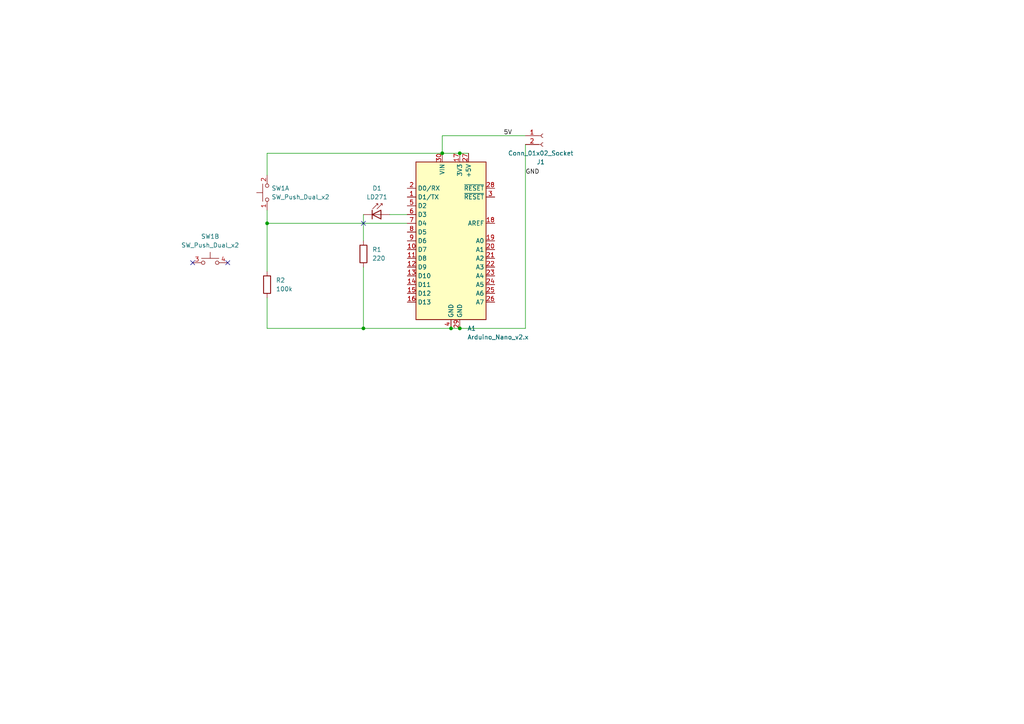
<source format=kicad_sch>
(kicad_sch (version 20230121) (generator eeschema)
  (paper "A4")
  (lib_symbols
    (symbol "Connector:Conn_01x02_Socket" (pin_names (offset 1.016) hide)
      (property "Reference" "J" (at 0 2.54 0))
      (property "Value" "Conn_01x02_Socket" (at 0 -5.08 0))
      (symbol "Conn_01x02_Socket_1_1"
        (arc (start 0 -2.032) (mid -0.5058 -2.54) (end 0 -3.048) (stroke (width 0.1524)))
        (polyline (pts (xy -1.27 -2.54) (xy -0.508 -2.54)) (stroke (width 0.1524)))
        (polyline (pts (xy -1.27 0) (xy -0.508 0)) (stroke (width 0.1524)))
        (arc (start 0 0.508) (mid -0.5058 0) (end 0 -0.508) (stroke (width 0.1524)))
        (pin passive line (at -5.08 0 0) (length 3.81) (name "Pin_1") (number "1"))
        (pin passive line (at -5.08 -2.54 0) (length 3.81) (name "Pin_2") (number "2"))
      )
    )
    (symbol "Device:R" (pin_numbers hide) (pin_names (offset 0))
      (property "Reference" "R" (at 2.032 0 90))
      (property "Value" "R" (at 0 0 90))
      (symbol "R_0_1"
        (rectangle (start -1.016 -2.54) (end 1.016 2.54) (stroke (width 0.254)))
      )
      (symbol "R_1_1"
        (pin passive line (at 0 3.81 270) (length 1.27) (name "~") (number "1"))
        (pin passive line (at 0 -3.81 90) (length 1.27) (name "~") (number "2"))
      )
    )
    (symbol "LED:LD271" (pin_numbers hide) (pin_names (offset 1.016) hide)
      (property "Reference" "D" (at 0.508 1.778 0))
      (property "Value" "LD271" (at -1.016 -2.794 0))
      (symbol "LD271_0_1"
        (polyline (pts (xy -2.54 1.27) (xy -2.54 -1.27)) (stroke (width 0.254)))
        (polyline (pts (xy 0 0) (xy -2.54 0)))
        (polyline (pts (xy 0.381 3.175) (xy -0.127 3.175)))
        (polyline (pts (xy -1.143 1.651) (xy 0.381 3.175) (xy 0.381 2.667)))
        (polyline (pts (xy 0 -1.27) (xy -2.54 0) (xy 0 1.27) (xy 0 -1.27)) (stroke (width 0.254)))
        (polyline (pts (xy -2.413 1.651) (xy -0.889 3.175) (xy -0.889 2.667) (xy -0.889 3.175) (xy -1.397 3.175)))
      )
      (symbol "LD271_1_1"
        (pin passive line (at -5.08 0 0) (length 2.54) (name "K") (number "1"))
        (pin passive line (at 2.54 0 180) (length 2.54) (name "A") (number "2"))
      )
    )
    (symbol "MCU_Module:Arduino_Nano_v2.x"
      (property "Reference" "A" (at -10.16 23.495 0))
      (property "Value" "Arduino_Nano_v2.x" (at 5.08 -24.13 0))
      (symbol "Arduino_Nano_v2.x_0_1"
        (rectangle (start -10.16 22.86) (end 10.16 -22.86) (stroke (width 0.254)) (fill (type background)))
      )
      (symbol "Arduino_Nano_v2.x_1_1"
        (pin bidirectional line (at -12.7 12.7 0) (length 2.54) (name "D1/TX") (number "1"))
        (pin bidirectional line (at -12.7 -2.54 0) (length 2.54) (name "D7") (number "10"))
        (pin bidirectional line (at -12.7 -5.08 0) (length 2.54) (name "D8") (number "11"))
        (pin bidirectional line (at -12.7 -7.62 0) (length 2.54) (name "D9") (number "12"))
        (pin bidirectional line (at -12.7 -10.16 0) (length 2.54) (name "D10") (number "13"))
        (pin bidirectional line (at -12.7 -12.7 0) (length 2.54) (name "D11") (number "14"))
        (pin bidirectional line (at -12.7 -15.24 0) (length 2.54) (name "D12") (number "15"))
        (pin bidirectional line (at -12.7 -17.78 0) (length 2.54) (name "D13") (number "16"))
        (pin power_out line (at 2.54 25.4 270) (length 2.54) (name "3V3") (number "17"))
        (pin input line (at 12.7 5.08 180) (length 2.54) (name "AREF") (number "18"))
        (pin bidirectional line (at 12.7 0 180) (length 2.54) (name "A0") (number "19"))
        (pin bidirectional line (at -12.7 15.24 0) (length 2.54) (name "D0/RX") (number "2"))
        (pin bidirectional line (at 12.7 -2.54 180) (length 2.54) (name "A1") (number "20"))
        (pin bidirectional line (at 12.7 -5.08 180) (length 2.54) (name "A2") (number "21"))
        (pin bidirectional line (at 12.7 -7.62 180) (length 2.54) (name "A3") (number "22"))
        (pin bidirectional line (at 12.7 -10.16 180) (length 2.54) (name "A4") (number "23"))
        (pin bidirectional line (at 12.7 -12.7 180) (length 2.54) (name "A5") (number "24"))
        (pin bidirectional line (at 12.7 -15.24 180) (length 2.54) (name "A6") (number "25"))
        (pin bidirectional line (at 12.7 -17.78 180) (length 2.54) (name "A7") (number "26"))
        (pin power_out line (at 5.08 25.4 270) (length 2.54) (name "+5V") (number "27"))
        (pin input line (at 12.7 15.24 180) (length 2.54) (name "~{RESET}") (number "28"))
        (pin power_in line (at 2.54 -25.4 90) (length 2.54) (name "GND") (number "29"))
        (pin input line (at 12.7 12.7 180) (length 2.54) (name "~{RESET}") (number "3"))
        (pin power_in line (at -2.54 25.4 270) (length 2.54) (name "VIN") (number "30"))
        (pin power_in line (at 0 -25.4 90) (length 2.54) (name "GND") (number "4"))
        (pin bidirectional line (at -12.7 10.16 0) (length 2.54) (name "D2") (number "5"))
        (pin bidirectional line (at -12.7 7.62 0) (length 2.54) (name "D3") (number "6"))
        (pin bidirectional line (at -12.7 5.08 0) (length 2.54) (name "D4") (number "7"))
        (pin bidirectional line (at -12.7 2.54 0) (length 2.54) (name "D5") (number "8"))
        (pin bidirectional line (at -12.7 0 0) (length 2.54) (name "D6") (number "9"))
      )
    )
    (symbol "Switch:SW_Push_Dual_x2" (pin_names (offset 1.016) hide)
      (property "Reference" "SW" (at 1.27 2.54 0))
      (property "Value" "SW_Push_Dual_x2" (at 0 -1.524 0))
      (symbol "SW_Push_Dual_x2_0_1"
        (circle (center -2.032 0) (radius 0.508))
        (polyline (pts (xy 0 1.27) (xy 0 3.048)))
        (polyline (pts (xy 2.54 1.27) (xy -2.54 1.27)))
        (circle (center 2.032 0) (radius 0.508))
      )
      (symbol "SW_Push_Dual_x2_1_1"
        (pin passive line (at -5.08 0 0) (length 2.54) (name "C") (number "1"))
        (pin passive line (at 5.08 0 180) (length 2.54) (name "D") (number "2"))
      )
      (symbol "SW_Push_Dual_x2_2_1"
        (pin passive line (at -5.08 0 0) (length 2.54) (name "C") (number "3"))
        (pin passive line (at 5.08 0 180) (length 2.54) (name "D") (number "4"))
      )
    )
  )
  (junction (at 105.41 95.25))
  (junction (at 77.47 64.77))
  (junction (at 133.35 44.45))
  (junction (at 130.81 95.25))
  (junction (at 133.35 95.25))
  (junction (at 128.27 44.45))
  (no_connect (at 66.04 76.2))
  (no_connect (at 55.88 76.2))
  (no_connect (at 105.41 64.77))
  (wire (pts (xy 128.27 39.37) (xy 152.4 39.37)))
  (wire (pts (xy 128.27 44.45) (xy 128.27 39.37)))
  (wire (pts (xy 118.11 62.23) (xy 113.03 62.23)))
  (wire (pts (xy 77.47 95.25) (xy 105.41 95.25)))
  (wire (pts (xy 77.47 44.45) (xy 128.27 44.45)))
  (wire (pts (xy 77.47 60.96) (xy 77.47 64.77)))
  (wire (pts (xy 105.41 95.25) (xy 130.81 95.25)))
  (wire (pts (xy 77.47 64.77) (xy 77.47 78.74)))
  (wire (pts (xy 135.89 44.45) (xy 133.35 44.45)))
  (wire (pts (xy 130.81 95.25) (xy 133.35 95.25)))
  (wire (pts (xy 77.47 64.77) (xy 118.11 64.77)))
  (wire (pts (xy 77.47 44.45) (xy 77.47 50.8)))
  (wire (pts (xy 77.47 86.36) (xy 77.47 95.25)))
  (wire (pts (xy 133.35 95.25) (xy 152.4 95.25)))
  (wire (pts (xy 152.4 41.91) (xy 152.4 95.25)))
  (wire (pts (xy 105.41 69.85) (xy 105.41 62.23)))
  (wire (pts (xy 105.41 77.47) (xy 105.41 95.25)))
  (wire (pts (xy 133.35 44.45) (xy 128.27 44.45)))
  (label "5V" (at 146.05 39.37 0))
  (label "GND" (at 152.4 50.8 0))
  (symbol (lib_id "Switch:SW_Push_Dual_x2") (at 77.47 55.88 90) (unit 1)
    (property "Reference" "SW1" (at 78.74 54.61 90) (effects (justify right)))
    (property "Value" "SW_Push_Dual_x2" (at 78.74 57.15 90) (effects (justify right)))
    (property "Footprint" "Button_Switch_THT:SW_PUSH_6mm_H8mm" (effects hide))
  )
  (symbol (lib_id "Device:R") (at 105.41 73.66 180) (unit 1)
    (property "Reference" "R1" (at 107.95 72.39 0) (effects (justify right)))
    (property "Value" "220" (at 107.95 74.93 0) (effects (justify right)))
    (property "Footprint" "Resistor_THT:R_Axial_DIN0309_L9.0mm_D3.2mm_P12.70mm_Horizontal" (effects hide))
  )
  (symbol (lib_id "LED:LD271") (at 110.49 62.23 0) (unit 1)
    (property "Reference" "D1" (at 109.347 54.61 0))
    (property "Value" "LD271" (at 109.347 57.15 0))
    (property "Footprint" "LED_THT:LED_D5.0mm_Horizontal_O1.27mm_Z3.0mm_IRGrey" (effects hide))
    (property "Datasheet" "http://www.alliedelec.com/m/d/40788c34903a719969df15f1fbea1056.pdf" (effects hide))
  )
  (symbol (lib_id "Device:R") (at 77.47 82.55 0) (unit 1)
    (property "Reference" "R2" (at 80.01 81.28 0) (effects (justify left)))
    (property "Value" "100k" (at 80.01 83.82 0) (effects (justify left)))
    (property "Footprint" "Resistor_THT:R_Axial_DIN0309_L9.0mm_D3.2mm_P12.70mm_Horizontal" (effects hide))
  )
  (symbol (lib_id "MCU_Module:Arduino_Nano_v2.x") (at 130.81 69.85 0) (unit 1)
    (property "Reference" "A1" (at 135.5441 95.25 0) (effects (justify left)))
    (property "Value" "Arduino_Nano_v2.x" (at 135.5441 97.79 0) (effects (justify left)))
    (property "Footprint" "Module:Arduino_Nano" (effects hide))
    (property "Datasheet" "https://www.arduino.cc/en/uploads/Main/ArduinoNanoManual23.pdf" (effects hide))
  )
  (symbol (lib_id "Switch:SW_Push_Dual_x2") (at 60.96 76.2 0) (unit 2)
    (property "Reference" "SW1" (at 60.96 68.58 0))
    (property "Value" "SW_Push_Dual_x2" (at 60.96 71.12 0))
    (property "Footprint" "Button_Switch_THT:SW_PUSH_6mm_H8mm" (effects hide))
  )
  (symbol (lib_id "Connector:Conn_01x02_Socket") (at 157.48 39.37 0) (unit 1)
    (property "Reference" "J1" (at 156.845 46.99 0))
    (property "Value" "Conn_01x02_Socket" (at 156.845 44.45 0))
    (property "Footprint" "Connector_Molex:Molex_KK-254_AE-6410-02A_1x02_P2.54mm_Vertical" (effects hide))
  )
)
</source>
